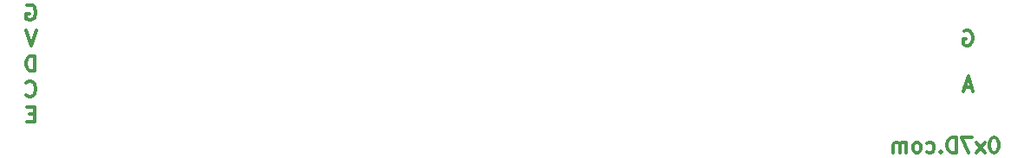
<source format=gbr>
G04 #@! TF.FileFunction,Legend,Bot*
%FSLAX46Y46*%
G04 Gerber Fmt 4.6, Leading zero omitted, Abs format (unit mm)*
G04 Created by KiCad (PCBNEW 4.0.6) date 07/29/17 13:08:41*
%MOMM*%
%LPD*%
G01*
G04 APERTURE LIST*
%ADD10C,0.100000*%
%ADD11C,0.300000*%
G04 APERTURE END LIST*
D10*
D11*
X193107143Y-104250000D02*
X192392857Y-104250000D01*
X193250000Y-104678571D02*
X192750000Y-103178571D01*
X192250000Y-104678571D01*
X192357143Y-98750000D02*
X192500000Y-98678571D01*
X192714286Y-98678571D01*
X192928571Y-98750000D01*
X193071429Y-98892857D01*
X193142857Y-99035714D01*
X193214286Y-99321429D01*
X193214286Y-99535714D01*
X193142857Y-99821429D01*
X193071429Y-99964286D01*
X192928571Y-100107143D01*
X192714286Y-100178571D01*
X192571429Y-100178571D01*
X192357143Y-100107143D01*
X192285714Y-100035714D01*
X192285714Y-99535714D01*
X192571429Y-99535714D01*
X101571428Y-106892857D02*
X101071428Y-106892857D01*
X100857142Y-107678571D02*
X101571428Y-107678571D01*
X101571428Y-106178571D01*
X100857142Y-106178571D01*
X100785714Y-105035714D02*
X100857143Y-105107143D01*
X101071429Y-105178571D01*
X101214286Y-105178571D01*
X101428571Y-105107143D01*
X101571429Y-104964286D01*
X101642857Y-104821429D01*
X101714286Y-104535714D01*
X101714286Y-104321429D01*
X101642857Y-104035714D01*
X101571429Y-103892857D01*
X101428571Y-103750000D01*
X101214286Y-103678571D01*
X101071429Y-103678571D01*
X100857143Y-103750000D01*
X100785714Y-103821429D01*
X101642857Y-102678571D02*
X101642857Y-101178571D01*
X101285714Y-101178571D01*
X101071429Y-101250000D01*
X100928571Y-101392857D01*
X100857143Y-101535714D01*
X100785714Y-101821429D01*
X100785714Y-102035714D01*
X100857143Y-102321429D01*
X100928571Y-102464286D01*
X101071429Y-102607143D01*
X101285714Y-102678571D01*
X101642857Y-102678571D01*
X101750000Y-98678571D02*
X101250000Y-100178571D01*
X100750000Y-98678571D01*
X100857143Y-96250000D02*
X101000000Y-96178571D01*
X101214286Y-96178571D01*
X101428571Y-96250000D01*
X101571429Y-96392857D01*
X101642857Y-96535714D01*
X101714286Y-96821429D01*
X101714286Y-97035714D01*
X101642857Y-97321429D01*
X101571429Y-97464286D01*
X101428571Y-97607143D01*
X101214286Y-97678571D01*
X101071429Y-97678571D01*
X100857143Y-97607143D01*
X100785714Y-97535714D01*
X100785714Y-97035714D01*
X101071429Y-97035714D01*
X195357143Y-109178571D02*
X195214286Y-109178571D01*
X195071429Y-109250000D01*
X195000000Y-109321429D01*
X194928571Y-109464286D01*
X194857143Y-109750000D01*
X194857143Y-110107143D01*
X194928571Y-110392857D01*
X195000000Y-110535714D01*
X195071429Y-110607143D01*
X195214286Y-110678571D01*
X195357143Y-110678571D01*
X195500000Y-110607143D01*
X195571429Y-110535714D01*
X195642857Y-110392857D01*
X195714286Y-110107143D01*
X195714286Y-109750000D01*
X195642857Y-109464286D01*
X195571429Y-109321429D01*
X195500000Y-109250000D01*
X195357143Y-109178571D01*
X194357143Y-110678571D02*
X193571429Y-109678571D01*
X194357143Y-109678571D02*
X193571429Y-110678571D01*
X193142857Y-109178571D02*
X192142857Y-109178571D01*
X192785714Y-110678571D01*
X191571429Y-110678571D02*
X191571429Y-109178571D01*
X191214286Y-109178571D01*
X191000001Y-109250000D01*
X190857143Y-109392857D01*
X190785715Y-109535714D01*
X190714286Y-109821429D01*
X190714286Y-110035714D01*
X190785715Y-110321429D01*
X190857143Y-110464286D01*
X191000001Y-110607143D01*
X191214286Y-110678571D01*
X191571429Y-110678571D01*
X190071429Y-110535714D02*
X190000001Y-110607143D01*
X190071429Y-110678571D01*
X190142858Y-110607143D01*
X190071429Y-110535714D01*
X190071429Y-110678571D01*
X188714286Y-110607143D02*
X188857143Y-110678571D01*
X189142857Y-110678571D01*
X189285715Y-110607143D01*
X189357143Y-110535714D01*
X189428572Y-110392857D01*
X189428572Y-109964286D01*
X189357143Y-109821429D01*
X189285715Y-109750000D01*
X189142857Y-109678571D01*
X188857143Y-109678571D01*
X188714286Y-109750000D01*
X187857143Y-110678571D02*
X188000001Y-110607143D01*
X188071429Y-110535714D01*
X188142858Y-110392857D01*
X188142858Y-109964286D01*
X188071429Y-109821429D01*
X188000001Y-109750000D01*
X187857143Y-109678571D01*
X187642858Y-109678571D01*
X187500001Y-109750000D01*
X187428572Y-109821429D01*
X187357143Y-109964286D01*
X187357143Y-110392857D01*
X187428572Y-110535714D01*
X187500001Y-110607143D01*
X187642858Y-110678571D01*
X187857143Y-110678571D01*
X186714286Y-110678571D02*
X186714286Y-109678571D01*
X186714286Y-109821429D02*
X186642858Y-109750000D01*
X186500000Y-109678571D01*
X186285715Y-109678571D01*
X186142858Y-109750000D01*
X186071429Y-109892857D01*
X186071429Y-110678571D01*
X186071429Y-109892857D02*
X186000000Y-109750000D01*
X185857143Y-109678571D01*
X185642858Y-109678571D01*
X185500000Y-109750000D01*
X185428572Y-109892857D01*
X185428572Y-110678571D01*
M02*

</source>
